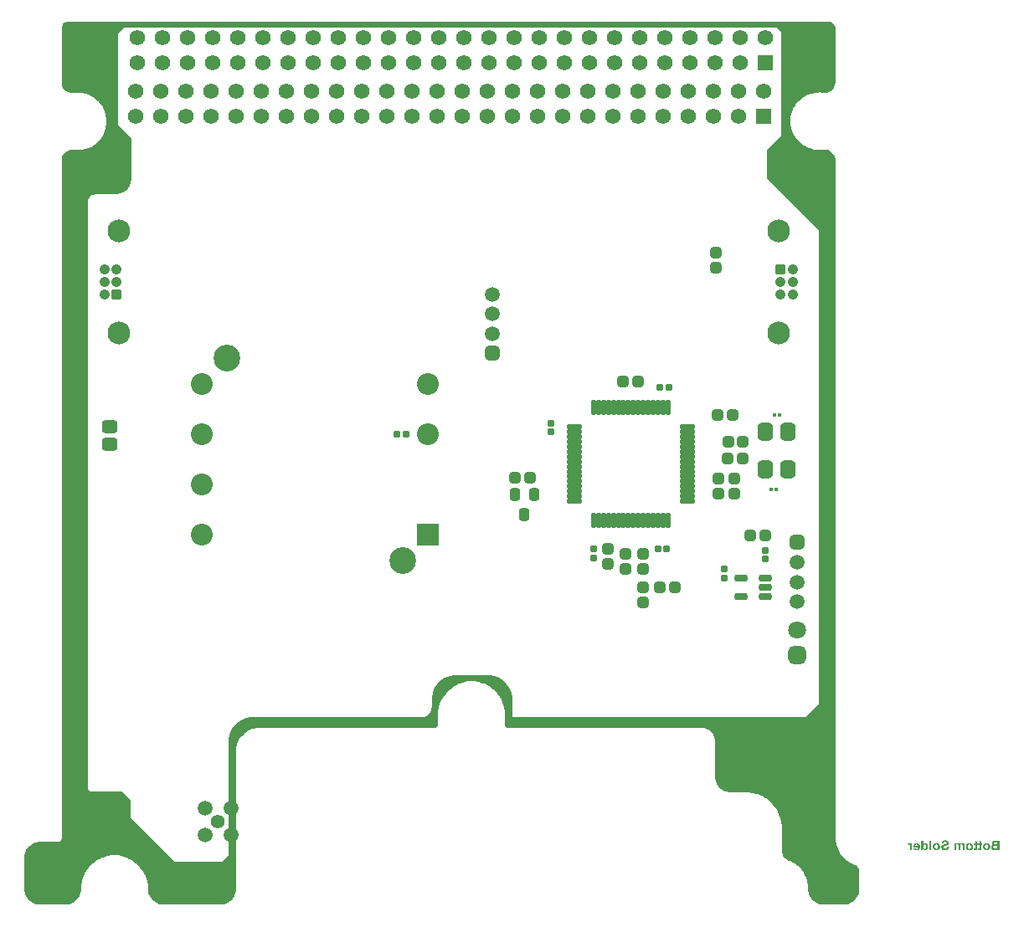
<source format=gbs>
G04*
G04 #@! TF.GenerationSoftware,Altium Limited,Altium Designer,25.5.2 (35)*
G04*
G04 Layer_Color=16711935*
%FSLAX45Y45*%
%MOMM*%
G71*
G04*
G04 #@! TF.SameCoordinates,4A1FDDFA-50DE-4FE3-89EC-5C8A89288C0E*
G04*
G04*
G04 #@! TF.FilePolarity,Negative*
G04*
G01*
G75*
G04:AMPARAMS|DCode=39|XSize=1.1532mm|YSize=1.1532mm|CornerRadius=0.3391mm|HoleSize=0mm|Usage=FLASHONLY|Rotation=180.000|XOffset=0mm|YOffset=0mm|HoleType=Round|Shape=RoundedRectangle|*
%AMROUNDEDRECTD39*
21,1,1.15320,0.47500,0,0,180.0*
21,1,0.47500,1.15320,0,0,180.0*
1,1,0.67820,-0.23750,0.23750*
1,1,0.67820,0.23750,0.23750*
1,1,0.67820,0.23750,-0.23750*
1,1,0.67820,-0.23750,-0.23750*
%
%ADD39ROUNDEDRECTD39*%
G04:AMPARAMS|DCode=40|XSize=0.6432mm|YSize=0.7432mm|CornerRadius=0.2116mm|HoleSize=0mm|Usage=FLASHONLY|Rotation=0.000|XOffset=0mm|YOffset=0mm|HoleType=Round|Shape=RoundedRectangle|*
%AMROUNDEDRECTD40*
21,1,0.64320,0.32000,0,0,0.0*
21,1,0.22000,0.74320,0,0,0.0*
1,1,0.42320,0.11000,-0.16000*
1,1,0.42320,-0.11000,-0.16000*
1,1,0.42320,-0.11000,0.16000*
1,1,0.42320,0.11000,0.16000*
%
%ADD40ROUNDEDRECTD40*%
G04:AMPARAMS|DCode=41|XSize=1.1532mm|YSize=1.1532mm|CornerRadius=0.3391mm|HoleSize=0mm|Usage=FLASHONLY|Rotation=90.000|XOffset=0mm|YOffset=0mm|HoleType=Round|Shape=RoundedRectangle|*
%AMROUNDEDRECTD41*
21,1,1.15320,0.47500,0,0,90.0*
21,1,0.47500,1.15320,0,0,90.0*
1,1,0.67820,0.23750,0.23750*
1,1,0.67820,0.23750,-0.23750*
1,1,0.67820,-0.23750,-0.23750*
1,1,0.67820,-0.23750,0.23750*
%
%ADD41ROUNDEDRECTD41*%
G04:AMPARAMS|DCode=47|XSize=0.6432mm|YSize=0.7432mm|CornerRadius=0.2116mm|HoleSize=0mm|Usage=FLASHONLY|Rotation=90.000|XOffset=0mm|YOffset=0mm|HoleType=Round|Shape=RoundedRectangle|*
%AMROUNDEDRECTD47*
21,1,0.64320,0.32000,0,0,90.0*
21,1,0.22000,0.74320,0,0,90.0*
1,1,0.42320,0.16000,0.11000*
1,1,0.42320,0.16000,-0.11000*
1,1,0.42320,-0.16000,-0.11000*
1,1,0.42320,-0.16000,0.11000*
%
%ADD47ROUNDEDRECTD47*%
G04:AMPARAMS|DCode=50|XSize=1.6032mm|YSize=1.3532mm|CornerRadius=0.3891mm|HoleSize=0mm|Usage=FLASHONLY|Rotation=180.000|XOffset=0mm|YOffset=0mm|HoleType=Round|Shape=RoundedRectangle|*
%AMROUNDEDRECTD50*
21,1,1.60320,0.57500,0,0,180.0*
21,1,0.82500,1.35320,0,0,180.0*
1,1,0.77820,-0.41250,0.28750*
1,1,0.77820,0.41250,0.28750*
1,1,0.77820,0.41250,-0.28750*
1,1,0.77820,-0.41250,-0.28750*
%
%ADD50ROUNDEDRECTD50*%
G04:AMPARAMS|DCode=53|XSize=1.0532mm|YSize=1.3032mm|CornerRadius=0.3141mm|HoleSize=0mm|Usage=FLASHONLY|Rotation=180.000|XOffset=0mm|YOffset=0mm|HoleType=Round|Shape=RoundedRectangle|*
%AMROUNDEDRECTD53*
21,1,1.05320,0.67500,0,0,180.0*
21,1,0.42500,1.30320,0,0,180.0*
1,1,0.62820,-0.21250,0.33750*
1,1,0.62820,0.21250,0.33750*
1,1,0.62820,0.21250,-0.33750*
1,1,0.62820,-0.21250,-0.33750*
%
%ADD53ROUNDEDRECTD53*%
%ADD61C,1.50320*%
G04:AMPARAMS|DCode=62|XSize=1.5032mm|YSize=1.5032mm|CornerRadius=0.4266mm|HoleSize=0mm|Usage=FLASHONLY|Rotation=270.000|XOffset=0mm|YOffset=0mm|HoleType=Round|Shape=RoundedRectangle|*
%AMROUNDEDRECTD62*
21,1,1.50320,0.65000,0,0,270.0*
21,1,0.65000,1.50320,0,0,270.0*
1,1,0.85320,-0.32500,-0.32500*
1,1,0.85320,-0.32500,0.32500*
1,1,0.85320,0.32500,0.32500*
1,1,0.85320,0.32500,-0.32500*
%
%ADD62ROUNDEDRECTD62*%
%ADD63C,2.20320*%
%ADD64R,2.20320X2.20320*%
%ADD65C,2.70320*%
%ADD66C,2.30080*%
%ADD67C,1.05080*%
G04:AMPARAMS|DCode=68|XSize=1.0508mm|YSize=1.0508mm|CornerRadius=0.2754mm|HoleSize=0mm|Usage=FLASHONLY|Rotation=270.000|XOffset=0mm|YOffset=0mm|HoleType=Round|Shape=RoundedRectangle|*
%AMROUNDEDRECTD68*
21,1,1.05080,0.50000,0,0,270.0*
21,1,0.50000,1.05080,0,0,270.0*
1,1,0.55080,-0.25000,-0.25000*
1,1,0.55080,-0.25000,0.25000*
1,1,0.55080,0.25000,0.25000*
1,1,0.55080,0.25000,-0.25000*
%
%ADD68ROUNDEDRECTD68*%
%ADD69C,1.49820*%
%ADD70C,1.40320*%
G04:AMPARAMS|DCode=71|XSize=1.8032mm|YSize=1.8032mm|CornerRadius=0.5016mm|HoleSize=0mm|Usage=FLASHONLY|Rotation=90.000|XOffset=0mm|YOffset=0mm|HoleType=Round|Shape=RoundedRectangle|*
%AMROUNDEDRECTD71*
21,1,1.80320,0.80000,0,0,90.0*
21,1,0.80000,1.80320,0,0,90.0*
1,1,1.00320,0.40000,0.40000*
1,1,1.00320,0.40000,-0.40000*
1,1,1.00320,-0.40000,-0.40000*
1,1,1.00320,-0.40000,0.40000*
%
%ADD71ROUNDEDRECTD71*%
%ADD72C,1.80320*%
%ADD73C,1.57320*%
%ADD74R,1.57320X1.57320*%
%ADD75C,3.40320*%
G04:AMPARAMS|DCode=102|XSize=0.75321mm|YSize=1.3032mm|CornerRadius=0.2391mm|HoleSize=0mm|Usage=FLASHONLY|Rotation=270.000|XOffset=0mm|YOffset=0mm|HoleType=Round|Shape=RoundedRectangle|*
%AMROUNDEDRECTD102*
21,1,0.75321,0.82499,0,0,270.0*
21,1,0.27501,1.30320,0,0,270.0*
1,1,0.47821,-0.41250,-0.13750*
1,1,0.47821,-0.41250,0.13750*
1,1,0.47821,0.41250,0.13750*
1,1,0.47821,0.41250,-0.13750*
%
%ADD102ROUNDEDRECTD102*%
G04:AMPARAMS|DCode=103|XSize=1.8032mm|YSize=1.6032mm|CornerRadius=0.4516mm|HoleSize=0mm|Usage=FLASHONLY|Rotation=270.000|XOffset=0mm|YOffset=0mm|HoleType=Round|Shape=RoundedRectangle|*
%AMROUNDEDRECTD103*
21,1,1.80320,0.70000,0,0,270.0*
21,1,0.90000,1.60320,0,0,270.0*
1,1,0.90320,-0.35000,-0.45000*
1,1,0.90320,-0.35000,0.45000*
1,1,0.90320,0.35000,0.45000*
1,1,0.90320,0.35000,-0.45000*
%
%ADD103ROUNDEDRECTD103*%
%ADD104R,0.30074X0.40081*%
%ADD105O,1.60320X0.50320*%
%ADD106O,0.50320X1.60320*%
G36*
X8189776Y8975819D02*
X8200416Y8972538D01*
X8210289Y8967390D01*
X8219069Y8960544D01*
X8226470Y8952224D01*
X8232246Y8942706D01*
X8236209Y8932301D01*
X8238227Y8921351D01*
X8238231Y8915785D01*
X8238643Y8363627D01*
X8238477Y8352277D01*
X8233263Y8329583D01*
X8223406Y8308484D01*
X8209348Y8289923D01*
X8191709Y8274720D01*
X8171276Y8263553D01*
X8148956Y8256918D01*
X8125739Y8255108D01*
X8114201Y8256657D01*
X8113362Y8256605D01*
X8112555Y8256843D01*
X8091227Y8258785D01*
X8088737Y8258521D01*
X8086265Y8258918D01*
X8043501Y8257332D01*
X8040262Y8256563D01*
X8036935Y8256525D01*
X7995059Y8247707D01*
X7991999Y8246399D01*
X7988726Y8245797D01*
X7948954Y8230002D01*
X7946160Y8228194D01*
X7943036Y8227046D01*
X7906520Y8204730D01*
X7904074Y8202474D01*
X7901190Y8200813D01*
X7868991Y8172626D01*
X7866962Y8169987D01*
X7864402Y8167860D01*
X7837452Y8134618D01*
X7835901Y8131673D01*
X7833739Y8129143D01*
X7812820Y8091811D01*
X7811791Y8088646D01*
X7810089Y8085786D01*
X7795808Y8045445D01*
X7795331Y8042152D01*
X7794139Y8039044D01*
X7786909Y7996865D01*
X7786998Y7993537D01*
X7786351Y7990273D01*
X7786383Y7947479D01*
X7787035Y7944216D01*
X7786951Y7940888D01*
X7794244Y7898720D01*
X7795440Y7895614D01*
X7795922Y7892322D01*
X7810264Y7852002D01*
X7811969Y7849144D01*
X7813003Y7845981D01*
X7833977Y7808680D01*
X7836144Y7806152D01*
X7837699Y7803210D01*
X7864699Y7770009D01*
X7867262Y7767886D01*
X7869294Y7765250D01*
X7901536Y7737111D01*
X7904422Y7735454D01*
X7906872Y7733201D01*
X7943420Y7710941D01*
X7946545Y7709798D01*
X7949342Y7707993D01*
X7989138Y7692257D01*
X7992413Y7691660D01*
X7995475Y7690357D01*
X8037363Y7681601D01*
X8040691Y7681568D01*
X8043930Y7680803D01*
X8086697Y7679281D01*
X8089168Y7679682D01*
X8091659Y7679422D01*
X8112984Y7681396D01*
X8113790Y7681635D01*
X8114629Y7681584D01*
X8126166Y7683150D01*
X8149384Y7681375D01*
X8171715Y7674773D01*
X8192164Y7663636D01*
X8209826Y7648460D01*
X8223912Y7629919D01*
X8233799Y7608836D01*
X8239047Y7586148D01*
X8239230Y7574809D01*
X8244340Y714016D01*
X8244491Y713262D01*
X8244371Y712503D01*
X8245144Y693042D01*
X8245680Y690815D01*
X8245589Y688526D01*
X8251659Y650080D01*
X8252712Y647222D01*
X8253064Y644198D01*
X8265028Y607160D01*
X8266512Y604500D01*
X8267330Y601567D01*
X8284897Y566835D01*
X8286775Y564438D01*
X8288039Y561667D01*
X8310785Y530083D01*
X8313013Y528006D01*
X8314691Y525465D01*
X8342063Y497794D01*
X8344586Y496089D01*
X8346638Y493839D01*
X8377974Y470752D01*
X8380732Y469458D01*
X8383108Y467555D01*
X8417648Y449612D01*
X8419847Y448973D01*
X8421790Y447759D01*
X8440002Y440857D01*
X8440759Y440730D01*
X8441426Y440348D01*
X8450544Y437294D01*
X8466023Y425885D01*
X8477254Y410277D01*
X8483155Y391976D01*
X8483154Y382361D01*
X8483155Y184127D01*
X8476962Y152994D01*
X8464813Y123664D01*
X8447177Y97269D01*
X8424731Y74823D01*
X8398336Y57187D01*
X8369006Y45038D01*
X8337873Y38845D01*
X8108627D01*
X8077493Y45038D01*
X8048164Y57187D01*
X8021770Y74823D01*
X7999323Y97269D01*
X7981686Y123664D01*
X7969538Y152994D01*
X7963345Y184127D01*
Y200000D01*
X7963345Y213225D01*
X7963197Y213968D01*
X7963316Y214715D01*
X7962577Y233960D01*
X7962053Y236152D01*
X7962150Y238404D01*
X7956270Y276443D01*
X7955243Y279259D01*
X7954913Y282237D01*
X7943292Y318932D01*
X7941847Y321557D01*
X7941066Y324451D01*
X7923978Y358940D01*
X7922149Y361314D01*
X7920935Y364054D01*
X7898779Y395530D01*
X7896610Y397596D01*
X7894991Y400119D01*
X7868288Y427841D01*
X7865828Y429552D01*
X7863844Y431798D01*
X7833220Y455116D01*
X7830527Y456432D01*
X7828223Y458348D01*
X7794397Y476716D01*
X7792246Y477384D01*
X7790359Y478617D01*
X7772490Y485805D01*
X7771747Y485945D01*
X7771098Y486335D01*
X7763060Y489216D01*
X7748052Y497365D01*
X7734467Y507710D01*
X7722619Y520010D01*
X7712789Y533975D01*
X7705208Y549277D01*
X7700053Y565556D01*
X7697445Y582434D01*
Y814500D01*
X7697318Y815134D01*
X7697424Y815772D01*
X7696728Y837028D01*
X7696290Y838904D01*
X7696416Y840826D01*
X7690867Y882975D01*
X7690044Y885401D01*
X7689876Y887958D01*
X7678873Y929022D01*
X7677739Y931320D01*
X7677239Y933833D01*
X7660971Y973109D01*
X7659547Y975240D01*
X7658724Y977667D01*
X7637468Y1014483D01*
X7635778Y1016410D01*
X7634644Y1018708D01*
X7608765Y1052435D01*
X7606838Y1054124D01*
X7605415Y1056255D01*
X7575354Y1086315D01*
X7573224Y1087739D01*
X7571534Y1089666D01*
X7537807Y1115545D01*
X7535508Y1116679D01*
X7533582Y1118368D01*
X7496766Y1139624D01*
X7494339Y1140448D01*
X7492208Y1141872D01*
X7452932Y1158140D01*
X7450419Y1158640D01*
X7448121Y1159774D01*
X7407058Y1170777D01*
X7404501Y1170944D01*
X7402074Y1171768D01*
X7359926Y1177317D01*
X7358003Y1177191D01*
X7356127Y1177628D01*
X7334871Y1178324D01*
X7334233Y1178219D01*
X7333599Y1178345D01*
X7183600D01*
X7167726Y1178345D01*
X7136592Y1184538D01*
X7107264Y1196686D01*
X7080869Y1214322D01*
X7058423Y1236769D01*
X7040786Y1263164D01*
X7028637Y1292493D01*
X7022444Y1323626D01*
Y1339499D01*
Y1691238D01*
X7022256Y1692187D01*
X7022398Y1693145D01*
X7021916Y1702947D01*
X7021216Y1705740D01*
Y1708618D01*
X7017392Y1727845D01*
X7015928Y1731379D01*
X7015181Y1735132D01*
X7007680Y1753243D01*
X7005554Y1756424D01*
X7004090Y1759959D01*
X6993199Y1776259D01*
X6991290Y1778168D01*
X6990493Y1778964D01*
X6988368Y1782145D01*
X6974506Y1796006D01*
X6971325Y1798132D01*
X6968620Y1800837D01*
X6952320Y1811728D01*
X6948786Y1813192D01*
X6945604Y1815318D01*
X6927493Y1822820D01*
X6923740Y1823566D01*
X6920206Y1825030D01*
X6900980Y1828855D01*
X6898101D01*
X6895307Y1829555D01*
X6885506Y1830036D01*
X6884548Y1829894D01*
X6883599Y1830083D01*
X6868361D01*
D01*
X4920937Y1830083D01*
X4918970Y1831131D01*
X4901048Y1849053D01*
X4900000Y1851020D01*
X4900000Y1961238D01*
X4899849Y1961998D01*
X4899970Y1962763D01*
X4899046Y1986301D01*
X4898507Y1988546D01*
X4898597Y1990853D01*
X4891233Y2037348D01*
X4890171Y2040228D01*
X4889810Y2043276D01*
X4875263Y2088047D01*
X4873763Y2090724D01*
X4872930Y2093679D01*
X4851558Y2135623D01*
X4849658Y2138034D01*
X4848373Y2140820D01*
X4820703Y2178905D01*
X4818449Y2180989D01*
X4816744Y2183540D01*
X4783457Y2216827D01*
X4780905Y2218533D01*
X4778822Y2220786D01*
X4740737Y2248457D01*
X4737950Y2249742D01*
X4735539Y2251642D01*
X4693595Y2273013D01*
X4690641Y2273846D01*
X4687964Y2275346D01*
X4643193Y2289893D01*
X4640145Y2290254D01*
X4637265Y2291316D01*
X4590770Y2298680D01*
X4587703Y2298560D01*
X4584693Y2299159D01*
X4537617D01*
X4534607Y2298560D01*
X4531540Y2298680D01*
X4485044Y2291316D01*
X4482165Y2290254D01*
X4479117Y2289893D01*
X4434346Y2275346D01*
X4431669Y2273846D01*
X4428714Y2273013D01*
X4386770Y2251642D01*
X4384359Y2249741D01*
X4381573Y2248457D01*
X4343488Y2220786D01*
X4341404Y2218533D01*
X4338852Y2216827D01*
X4305565Y2183540D01*
X4303860Y2180989D01*
X4301607Y2178905D01*
X4273936Y2140820D01*
X4272651Y2138033D01*
X4270751Y2135623D01*
X4249380Y2093679D01*
X4248546Y2090724D01*
X4247047Y2088047D01*
X4232500Y2043276D01*
X4232139Y2040228D01*
X4231077Y2037348D01*
X4223712Y1990853D01*
X4223803Y1988545D01*
X4223264Y1986300D01*
X4222340Y1962763D01*
X4222461Y1961998D01*
X4222310Y1961238D01*
Y1850101D01*
X4202293Y1830083D01*
X2417500Y1830083D01*
X2416551Y1829895D01*
X2415593Y1830037D01*
X2395990Y1829073D01*
X2393196Y1828374D01*
X2390318D01*
X2351864Y1820725D01*
X2348330Y1819261D01*
X2344577Y1818514D01*
X2308355Y1803510D01*
X2305174Y1801385D01*
X2301639Y1799921D01*
X2269040Y1778138D01*
X2266334Y1775433D01*
X2263153Y1773307D01*
X2235430Y1745584D01*
X2233305Y1742403D01*
X2230599Y1739698D01*
X2208817Y1707099D01*
X2207352Y1703564D01*
X2205227Y1700382D01*
X2190223Y1664160D01*
X2189477Y1660408D01*
X2188013Y1656873D01*
X2180364Y1618420D01*
Y1615540D01*
X2179664Y1612747D01*
X2178701Y1593144D01*
X2178843Y1592187D01*
X2178655Y1591238D01*
Y200001D01*
X2178654Y184128D01*
X2172461Y152993D01*
X2160313Y123665D01*
X2142677Y97271D01*
X2120229Y74822D01*
X2093835Y57187D01*
X2064506Y45038D01*
X2033373Y38845D01*
X1450000D01*
X1434127Y38845D01*
X1402993Y45038D01*
X1373664Y57187D01*
X1347270Y74822D01*
X1324822Y97270D01*
X1307186Y123665D01*
X1295038Y152993D01*
X1288845Y184128D01*
X1288845Y200000D01*
X1288694Y200760D01*
X1288815Y201526D01*
X1287890Y225063D01*
X1287351Y227308D01*
X1287442Y229615D01*
X1280078Y276111D01*
X1279015Y278991D01*
X1278655Y282038D01*
X1264107Y326810D01*
X1262608Y329487D01*
X1261775Y332441D01*
X1240403Y374385D01*
X1238503Y376795D01*
X1237218Y379583D01*
X1209548Y417667D01*
X1207295Y419750D01*
X1205589Y422303D01*
X1172302Y455590D01*
X1169750Y457295D01*
X1167667Y459549D01*
X1129582Y487219D01*
X1126795Y488504D01*
X1124384Y490404D01*
X1082440Y511775D01*
X1079486Y512609D01*
X1076809Y514108D01*
X1032038Y528655D01*
X1028990Y529016D01*
X1026110Y530078D01*
X979614Y537443D01*
X976548Y537322D01*
X973538Y537921D01*
X926462D01*
X923452Y537322D01*
X920385Y537443D01*
X873890Y530078D01*
X871010Y529016D01*
X867962Y528655D01*
X823191Y514108D01*
X820513Y512608D01*
X817559Y511775D01*
X775615Y490404D01*
X773205Y488504D01*
X770417Y487219D01*
X732333Y459549D01*
X730250Y457296D01*
X727698Y455590D01*
X694410Y422303D01*
X692705Y419751D01*
X690452Y417667D01*
X662781Y379583D01*
X661497Y376796D01*
X659596Y374385D01*
X638225Y332441D01*
X637392Y329487D01*
X635892Y326809D01*
X621345Y282038D01*
X620984Y278991D01*
X619922Y276111D01*
X612558Y229615D01*
X612648Y227308D01*
X612109Y225063D01*
X611185Y201525D01*
X611306Y200761D01*
X611155Y200001D01*
X611154Y184128D01*
X604962Y152994D01*
X592813Y123665D01*
X575177Y97270D01*
X552729Y74822D01*
X526336Y57187D01*
X497006Y45038D01*
X465873Y38845D01*
X184127D01*
X152994Y45038D01*
X123664Y57187D01*
X97269Y74823D01*
X74823Y97269D01*
X57187Y123664D01*
X45038Y152994D01*
X38845Y184127D01*
Y200000D01*
Y513462D01*
Y529351D01*
X45051Y560517D01*
X57225Y589872D01*
X74896Y616284D01*
X97386Y638736D01*
X123827Y656363D01*
X153202Y668488D01*
X184379Y674642D01*
X200269Y674615D01*
X377434Y674320D01*
X377466Y674327D01*
X377499Y674320D01*
X384904Y675793D01*
X392305Y677253D01*
X392332Y677271D01*
X392364Y677277D01*
X398629Y681463D01*
X404921Y685652D01*
X404940Y685680D01*
X404967Y685698D01*
X409167Y691984D01*
X413363Y698241D01*
X413370Y698273D01*
X413388Y698301D01*
X414862Y705710D01*
X416345Y713102D01*
X416339Y713134D01*
X416345Y713167D01*
Y7569906D01*
X416345Y7581656D01*
X421315Y7604624D01*
X431031Y7626021D01*
X445053Y7644878D01*
X462746Y7660343D01*
X483309Y7671715D01*
X505814Y7678481D01*
X529240Y7680334D01*
X540884Y7678763D01*
X541723Y7678815D01*
X542529Y7678576D01*
X563856Y7676618D01*
X566346Y7676880D01*
X568818Y7676481D01*
X611583Y7678035D01*
X614822Y7678802D01*
X618150Y7678837D01*
X660032Y7687624D01*
X663094Y7688930D01*
X666367Y7689529D01*
X706151Y7705295D01*
X708946Y7707101D01*
X712071Y7708247D01*
X748603Y7730535D01*
X751052Y7732789D01*
X753936Y7734449D01*
X786157Y7762612D01*
X788187Y7765249D01*
X790748Y7767374D01*
X817724Y7800596D01*
X819277Y7803539D01*
X821441Y7806068D01*
X842388Y7843385D01*
X843419Y7846548D01*
X845123Y7849407D01*
X859434Y7889737D01*
X859914Y7893031D01*
X861108Y7896138D01*
X868369Y7938311D01*
X868283Y7941638D01*
X868932Y7944902D01*
Y7987697D01*
X868283Y7990961D01*
X868369Y7994288D01*
X861108Y8036461D01*
X859914Y8039568D01*
X859434Y8042861D01*
X845123Y8083191D01*
X843419Y8086051D01*
X842388Y8089214D01*
X821441Y8126531D01*
X819277Y8129060D01*
X817724Y8132004D01*
X790749Y8165226D01*
X788187Y8167351D01*
X786157Y8169987D01*
X753937Y8198150D01*
X751051Y8199810D01*
X748603Y8202064D01*
X712071Y8224352D01*
X708946Y8225498D01*
X706151Y8227304D01*
X666367Y8243070D01*
X663093Y8243669D01*
X660032Y8244975D01*
X618150Y8253763D01*
X614822Y8253797D01*
X611584Y8254565D01*
X568818Y8256118D01*
X566347Y8255720D01*
X563857Y8255981D01*
X542530Y8254024D01*
X541724Y8253785D01*
X540885Y8253837D01*
X529240Y8252266D01*
X505814Y8254119D01*
X483310Y8260885D01*
X462747Y8272257D01*
X445053Y8287723D01*
X431031Y8306581D01*
X421316Y8327976D01*
X416345Y8350944D01*
Y8362694D01*
X416345Y8921072D01*
X418695Y8932887D01*
X423305Y8944017D01*
X429998Y8954033D01*
X438516Y8962551D01*
X448532Y8969243D01*
X459662Y8973854D01*
X471476Y8976204D01*
X8186517D01*
X8189776Y8975819D01*
D02*
G37*
G36*
X9508292Y663073D02*
X9510617Y662651D01*
X9512730Y662122D01*
X9514843Y661383D01*
X9516745Y660537D01*
X9518542Y659586D01*
X9520232Y658635D01*
X9521711Y657579D01*
X9523085Y656522D01*
X9524353Y655466D01*
X9525410Y654515D01*
X9526255Y653669D01*
X9526995Y652930D01*
X9527523Y652401D01*
X9527840Y651979D01*
X9527946Y651873D01*
Y661594D01*
X9545169D01*
Y590905D01*
X9526466D01*
Y625246D01*
Y627042D01*
X9526361Y628733D01*
Y630318D01*
X9526255Y631797D01*
X9526149Y633065D01*
X9526044Y634333D01*
X9525832Y635389D01*
X9525727Y636340D01*
X9525621Y637080D01*
X9525410Y637820D01*
X9525304Y638454D01*
X9525198Y638876D01*
X9525093Y639299D01*
Y639510D01*
X9524987Y639722D01*
X9524353Y641307D01*
X9523613Y642680D01*
X9522768Y643843D01*
X9522028Y644793D01*
X9521289Y645533D01*
X9520655Y646061D01*
X9520232Y646378D01*
X9520127Y646484D01*
X9518753Y647329D01*
X9517379Y647858D01*
X9516111Y648280D01*
X9514949Y648597D01*
X9513892Y648809D01*
X9513047Y648914D01*
X9512307D01*
X9511039Y648809D01*
X9509877Y648703D01*
X9508926Y648492D01*
X9508081Y648175D01*
X9507447Y647858D01*
X9507024Y647646D01*
X9506707Y647541D01*
X9506602Y647435D01*
X9505862Y646801D01*
X9505228Y646061D01*
X9504277Y644582D01*
X9503960Y643948D01*
X9503749Y643420D01*
X9503537Y642997D01*
Y642892D01*
X9503326Y642258D01*
X9503220Y641518D01*
X9503009Y640567D01*
X9502903Y639616D01*
X9502692Y637397D01*
X9502586Y635178D01*
X9502481Y633065D01*
Y632114D01*
Y631268D01*
Y630529D01*
Y630001D01*
Y629684D01*
Y629578D01*
Y590905D01*
X9483778D01*
Y624823D01*
Y626619D01*
X9483672Y628310D01*
Y629895D01*
X9483567Y631374D01*
X9483461Y632642D01*
X9483355Y633804D01*
X9483144Y634967D01*
X9483038Y635918D01*
X9482933Y636763D01*
X9482721Y637397D01*
X9482616Y638031D01*
X9482510Y638559D01*
X9482404Y638876D01*
Y639193D01*
X9482299Y639405D01*
X9481665Y641095D01*
X9480925Y642469D01*
X9480080Y643737D01*
X9479235Y644688D01*
X9478495Y645427D01*
X9477861Y646061D01*
X9477438Y646378D01*
X9477333Y646484D01*
X9475959Y647329D01*
X9474691Y647858D01*
X9473423Y648280D01*
X9472366Y648597D01*
X9471310Y648809D01*
X9470570Y648914D01*
X9469936D01*
X9468034Y648703D01*
X9466449Y648280D01*
X9465076Y647646D01*
X9463913Y646907D01*
X9463068Y646167D01*
X9462540Y645533D01*
X9462117Y645110D01*
X9462011Y644899D01*
X9461694Y644265D01*
X9461377Y643420D01*
X9461060Y642469D01*
X9460849Y641518D01*
X9460532Y639193D01*
X9460215Y636974D01*
X9460109Y634755D01*
Y633804D01*
X9460004Y632959D01*
Y632219D01*
Y631691D01*
Y631374D01*
Y631268D01*
Y590905D01*
X9441301D01*
Y636023D01*
Y637820D01*
X9441407Y639616D01*
X9441512Y641201D01*
X9441618Y642575D01*
X9441724Y643948D01*
X9441935Y645110D01*
X9442146Y646167D01*
X9442252Y647224D01*
X9442463Y648069D01*
X9442675Y648703D01*
X9442886Y649337D01*
X9442992Y649865D01*
X9443097Y650182D01*
X9443203Y650499D01*
X9443309Y650711D01*
X9444365Y652824D01*
X9445633Y654726D01*
X9447007Y656311D01*
X9448275Y657684D01*
X9449543Y658635D01*
X9450494Y659375D01*
X9451128Y659903D01*
X9451234Y660009D01*
X9451339D01*
X9453453Y661066D01*
X9455671Y661805D01*
X9457890Y662439D01*
X9459898Y662756D01*
X9461694Y662968D01*
X9462434Y663073D01*
X9463174Y663179D01*
X9464442D01*
X9466661Y663073D01*
X9468774Y662756D01*
X9470781Y662228D01*
X9472472Y661805D01*
X9473951Y661277D01*
X9475008Y660749D01*
X9475431Y660643D01*
X9475748Y660432D01*
X9475853Y660326D01*
X9475959D01*
X9477967Y659164D01*
X9479763Y657896D01*
X9481453Y656417D01*
X9483038Y655043D01*
X9484201Y653775D01*
X9485152Y652824D01*
X9485574Y652401D01*
X9485786Y652084D01*
X9485891Y651979D01*
X9485997Y651873D01*
X9487265Y653881D01*
X9488639Y655571D01*
X9490012Y657051D01*
X9491280Y658213D01*
X9492443Y659164D01*
X9493394Y659798D01*
X9494027Y660220D01*
X9494133Y660326D01*
X9494239D01*
X9496141Y661277D01*
X9498148Y662017D01*
X9500156Y662439D01*
X9501952Y662862D01*
X9503537Y663073D01*
X9504277D01*
X9504805Y663179D01*
X9505968D01*
X9508292Y663073D01*
D02*
G37*
G36*
X9716662Y675647D02*
Y661594D01*
X9725220D01*
Y646695D01*
X9716662D01*
Y615842D01*
Y614045D01*
Y612460D01*
Y610981D01*
X9716556Y609607D01*
Y608339D01*
X9716450Y607283D01*
Y606332D01*
X9716345Y605486D01*
Y604852D01*
Y604219D01*
X9716239Y603690D01*
Y603268D01*
X9716133Y602845D01*
Y602634D01*
X9715816Y601049D01*
X9715394Y599569D01*
X9714971Y598301D01*
X9714548Y597245D01*
X9714126Y596505D01*
X9713809Y595871D01*
X9713597Y595448D01*
X9713492Y595343D01*
X9712646Y594392D01*
X9711801Y593546D01*
X9710744Y592807D01*
X9709793Y592173D01*
X9708948Y591644D01*
X9708208Y591327D01*
X9707786Y591116D01*
X9707574Y591011D01*
X9705989Y590482D01*
X9704405Y590060D01*
X9702925Y589743D01*
X9701552Y589531D01*
X9700284Y589426D01*
X9699333Y589320D01*
X9698487D01*
X9695529Y589426D01*
X9692676Y589743D01*
X9690140Y590165D01*
X9688027Y590694D01*
X9687076Y590905D01*
X9686230Y591222D01*
X9685491Y591433D01*
X9684857Y591644D01*
X9684328Y591856D01*
X9684011Y591961D01*
X9683800Y592067D01*
X9683694D01*
X9685385Y606543D01*
X9687076Y606015D01*
X9688555Y605592D01*
X9689929Y605275D01*
X9690985Y605064D01*
X9691831Y604958D01*
X9692359Y604852D01*
X9692887D01*
X9694155Y604958D01*
X9695106Y605275D01*
X9695529Y605486D01*
X9695846Y605592D01*
X9695951Y605698D01*
X9696057D01*
X9696797Y606437D01*
X9697325Y607177D01*
X9697536Y607811D01*
X9697642Y607917D01*
Y608022D01*
Y608339D01*
X9697748Y608868D01*
Y609502D01*
X9697853Y610241D01*
Y611932D01*
X9697959Y613623D01*
Y615313D01*
Y616159D01*
Y616793D01*
Y617321D01*
Y617743D01*
Y618060D01*
Y618166D01*
Y646695D01*
X9685174D01*
Y661594D01*
X9697959D01*
Y686636D01*
X9716662Y675647D01*
D02*
G37*
G36*
X9671332D02*
Y661594D01*
X9679890D01*
Y646695D01*
X9671332D01*
Y615842D01*
Y614045D01*
Y612460D01*
Y610981D01*
X9671226Y609607D01*
Y608339D01*
X9671120Y607283D01*
Y606332D01*
X9671015Y605486D01*
Y604852D01*
Y604219D01*
X9670909Y603690D01*
Y603268D01*
X9670803Y602845D01*
Y602634D01*
X9670486Y601049D01*
X9670064Y599569D01*
X9669641Y598301D01*
X9669218Y597245D01*
X9668796Y596505D01*
X9668479Y595871D01*
X9668267Y595448D01*
X9668162Y595343D01*
X9667316Y594392D01*
X9666471Y593546D01*
X9665415Y592807D01*
X9664464Y592173D01*
X9663618Y591644D01*
X9662879Y591327D01*
X9662456Y591116D01*
X9662245Y591011D01*
X9660660Y590482D01*
X9659075Y590060D01*
X9657595Y589743D01*
X9656222Y589531D01*
X9654954Y589426D01*
X9654003Y589320D01*
X9653157D01*
X9650199Y589426D01*
X9647346Y589743D01*
X9644810Y590165D01*
X9642697Y590694D01*
X9641746Y590905D01*
X9640900Y591222D01*
X9640161Y591433D01*
X9639527Y591644D01*
X9638999Y591856D01*
X9638682Y591961D01*
X9638470Y592067D01*
X9638365D01*
X9640055Y606543D01*
X9641746Y606015D01*
X9643225Y605592D01*
X9644599Y605275D01*
X9645655Y605064D01*
X9646501Y604958D01*
X9647029Y604852D01*
X9647557D01*
X9648825Y604958D01*
X9649776Y605275D01*
X9650199Y605486D01*
X9650516Y605592D01*
X9650622Y605698D01*
X9650727D01*
X9651467Y606437D01*
X9651995Y607177D01*
X9652207Y607811D01*
X9652312Y607917D01*
Y608022D01*
Y608339D01*
X9652418Y608868D01*
Y609502D01*
X9652523Y610241D01*
Y611932D01*
X9652629Y613623D01*
Y615313D01*
Y616159D01*
Y616793D01*
Y617321D01*
Y617743D01*
Y618060D01*
Y618166D01*
Y646695D01*
X9639844D01*
Y661594D01*
X9652629D01*
Y686636D01*
X9671332Y675647D01*
D02*
G37*
G36*
X9065454Y663073D02*
X9067990Y662756D01*
X9070315Y662228D01*
X9072428Y661594D01*
X9074541Y660854D01*
X9076443Y660009D01*
X9078240Y659058D01*
X9079825Y658213D01*
X9081198Y657262D01*
X9082466Y656311D01*
X9083629Y655465D01*
X9084474Y654726D01*
X9085213Y654092D01*
X9085742Y653563D01*
X9086059Y653246D01*
X9086164Y653141D01*
X9087749Y651239D01*
X9089123Y649125D01*
X9090391Y646907D01*
X9091448Y644688D01*
X9092293Y642363D01*
X9093033Y640038D01*
X9093667Y637819D01*
X9094089Y635706D01*
X9094512Y633593D01*
X9094723Y631797D01*
X9094935Y630000D01*
X9095146Y628521D01*
Y627359D01*
X9095252Y626408D01*
Y625879D01*
Y625668D01*
X9095146Y623026D01*
X9094935Y620385D01*
X9094618Y617955D01*
X9094195Y615630D01*
X9093667Y613517D01*
X9093033Y611509D01*
X9092399Y609607D01*
X9091765Y607916D01*
X9091131Y606437D01*
X9090497Y605064D01*
X9089863Y604007D01*
X9089334Y603056D01*
X9088912Y602211D01*
X9088595Y601682D01*
X9088383Y601365D01*
X9088278Y601260D01*
X9086481Y599146D01*
X9084579Y597350D01*
X9082466Y595765D01*
X9080353Y594391D01*
X9078028Y593229D01*
X9075809Y592278D01*
X9073590Y591433D01*
X9071371Y590799D01*
X9069258Y590271D01*
X9067356Y589954D01*
X9065560Y589637D01*
X9064081Y589531D01*
X9062813Y589425D01*
X9061862Y589320D01*
X9061016D01*
X9058903Y589425D01*
X9056896Y589531D01*
X9054888Y589848D01*
X9053092Y590165D01*
X9051401Y590588D01*
X9049816Y591010D01*
X9048337Y591433D01*
X9046963Y591961D01*
X9045801Y592490D01*
X9044744Y592912D01*
X9043793Y593335D01*
X9043054Y593758D01*
X9042420Y594075D01*
X9041997Y594391D01*
X9041786Y594497D01*
X9041680Y594603D01*
X9040306Y595659D01*
X9038933Y596822D01*
X9036608Y599358D01*
X9034600Y601894D01*
X9033015Y604430D01*
X9032381Y605592D01*
X9031853Y606754D01*
X9031325Y607705D01*
X9030902Y608550D01*
X9030691Y609290D01*
X9030480Y609818D01*
X9030268Y610135D01*
Y610241D01*
X9048865Y613411D01*
X9049499Y611509D01*
X9050239Y609924D01*
X9050978Y608550D01*
X9051824Y607494D01*
X9052458Y606649D01*
X9052986Y606015D01*
X9053409Y605698D01*
X9053514Y605592D01*
X9054677Y604852D01*
X9055945Y604218D01*
X9057107Y603796D01*
X9058269Y603584D01*
X9059326Y603373D01*
X9060065Y603267D01*
X9060805D01*
X9061967Y603373D01*
X9063130Y603479D01*
X9065243Y604007D01*
X9067145Y604747D01*
X9068730Y605592D01*
X9069998Y606332D01*
X9070949Y607071D01*
X9071477Y607599D01*
X9071583Y607811D01*
X9071688D01*
X9073168Y609713D01*
X9074224Y611826D01*
X9074964Y614045D01*
X9075492Y616158D01*
X9075809Y617955D01*
X9075915Y618800D01*
X9076021Y619540D01*
X9076126Y620068D01*
Y620596D01*
Y620807D01*
Y620913D01*
X9029317D01*
Y624823D01*
X9029634Y628415D01*
X9030057Y631797D01*
X9030585Y634966D01*
X9031219Y637819D01*
X9031959Y640355D01*
X9032698Y642786D01*
X9033544Y644899D01*
X9034389Y646695D01*
X9035234Y648280D01*
X9035974Y649654D01*
X9036714Y650816D01*
X9037242Y651661D01*
X9037665Y652190D01*
X9037982Y652612D01*
X9038087Y652718D01*
X9039884Y654514D01*
X9041786Y656205D01*
X9043793Y657579D01*
X9045801Y658741D01*
X9047914Y659798D01*
X9049922Y660643D01*
X9051929Y661277D01*
X9053937Y661911D01*
X9055733Y662333D01*
X9057424Y662650D01*
X9059009Y662862D01*
X9060277Y662967D01*
X9061439Y663073D01*
X9062179Y663179D01*
X9062918D01*
X9065454Y663073D01*
D02*
G37*
G36*
X9898932Y590905D02*
X9862372D01*
X9859308Y591011D01*
X9854130D01*
X9851911Y591116D01*
X9850010D01*
X9848319Y591222D01*
X9846840D01*
X9845677Y591327D01*
X9844621D01*
X9843775Y591433D01*
X9843141D01*
X9842613Y591539D01*
X9842085D01*
X9839232Y591961D01*
X9836696Y592595D01*
X9834371Y593335D01*
X9832469Y594180D01*
X9830990Y594920D01*
X9830356Y595237D01*
X9829828Y595448D01*
X9829405Y595765D01*
X9829088Y595977D01*
X9828982Y596082D01*
X9828877D01*
X9826975Y597562D01*
X9825284Y599252D01*
X9823805Y600943D01*
X9822643Y602528D01*
X9821692Y603902D01*
X9820952Y605064D01*
X9820741Y605486D01*
X9820529Y605803D01*
X9820424Y606015D01*
Y606120D01*
X9819367Y608551D01*
X9818627Y610875D01*
X9817993Y612989D01*
X9817676Y614996D01*
X9817465Y616687D01*
X9817359Y617427D01*
X9817254Y617955D01*
Y618483D01*
Y618800D01*
Y619011D01*
Y619117D01*
Y620702D01*
X9817465Y622181D01*
X9817993Y625034D01*
X9818839Y627465D01*
X9819684Y629684D01*
X9820107Y630529D01*
X9820529Y631374D01*
X9820952Y632114D01*
X9821375Y632748D01*
X9821692Y633170D01*
X9821903Y633487D01*
X9822009Y633699D01*
X9822114Y633804D01*
X9824016Y636023D01*
X9826235Y637820D01*
X9828560Y639405D01*
X9830673Y640567D01*
X9832681Y641518D01*
X9833526Y641835D01*
X9834266Y642152D01*
X9834900Y642363D01*
X9835322Y642575D01*
X9835639Y642680D01*
X9835745D01*
X9833526Y643843D01*
X9831518Y645216D01*
X9829828Y646695D01*
X9828348Y648069D01*
X9827186Y649337D01*
X9826341Y650288D01*
X9826129Y650711D01*
X9825918Y651028D01*
X9825707Y651133D01*
Y651239D01*
X9824439Y653458D01*
X9823594Y655571D01*
X9822960Y657684D01*
X9822431Y659692D01*
X9822220Y661383D01*
X9822114Y662017D01*
Y662651D01*
X9822009Y663179D01*
Y663496D01*
Y663707D01*
Y663813D01*
X9822114Y666138D01*
X9822431Y668251D01*
X9822960Y670259D01*
X9823488Y671949D01*
X9824122Y673323D01*
X9824544Y674379D01*
X9824756Y674696D01*
X9824967Y675013D01*
X9825073Y675119D01*
Y675225D01*
X9826235Y677021D01*
X9827503Y678606D01*
X9828771Y679980D01*
X9829933Y681248D01*
X9830990Y682093D01*
X9831835Y682833D01*
X9832364Y683255D01*
X9832469Y683361D01*
X9832575D01*
X9834266Y684417D01*
X9836062Y685263D01*
X9837752Y686002D01*
X9839337Y686531D01*
X9840711Y686953D01*
X9841768Y687165D01*
X9842190Y687270D01*
X9842507Y687376D01*
X9842719D01*
X9843881Y687587D01*
X9845043Y687693D01*
X9847791Y688010D01*
X9850643Y688221D01*
X9853496Y688327D01*
X9854764D01*
X9856032Y688433D01*
X9898932D01*
Y590905D01*
D02*
G37*
G36*
X9210742D02*
X9192040D01*
Y688433D01*
X9210742D01*
Y590905D01*
D02*
G37*
G36*
X8983142Y663073D02*
X8984621Y662862D01*
X8985995Y662439D01*
X8987263Y662016D01*
X8988214Y661594D01*
X8988954Y661171D01*
X8989376Y660960D01*
X8989588Y660854D01*
X8990222Y660431D01*
X8990961Y659798D01*
X8992335Y658424D01*
X8993603Y656945D01*
X8994871Y655360D01*
X8995927Y653880D01*
X8996773Y652612D01*
X8997090Y652084D01*
X8997301Y651767D01*
X8997407Y651556D01*
X8997512Y651450D01*
Y661594D01*
X9014841D01*
Y590905D01*
X8996139D01*
Y612671D01*
Y615947D01*
X8996033Y618906D01*
Y621547D01*
X8995927Y623977D01*
X8995822Y626196D01*
X8995716Y628098D01*
X8995505Y629789D01*
X8995399Y631268D01*
X8995293Y632536D01*
X8995082Y633593D01*
X8994976Y634544D01*
X8994871Y635178D01*
X8994765Y635706D01*
Y636023D01*
X8994659Y636234D01*
Y636340D01*
X8994025Y638348D01*
X8993286Y639933D01*
X8992546Y641306D01*
X8991912Y642363D01*
X8991278Y643208D01*
X8990750Y643737D01*
X8990433Y644054D01*
X8990327Y644159D01*
X8989271Y644899D01*
X8988108Y645427D01*
X8987052Y645850D01*
X8985995Y646061D01*
X8985044Y646273D01*
X8984304Y646378D01*
X8983670D01*
X8982085Y646273D01*
X8980606Y645956D01*
X8979127Y645427D01*
X8977753Y644899D01*
X8976591Y644265D01*
X8975746Y643842D01*
X8975112Y643420D01*
X8974900Y643314D01*
X8969089Y659586D01*
X8971308Y660748D01*
X8973527Y661699D01*
X8975640Y662333D01*
X8977542Y662756D01*
X8979127Y662967D01*
X8979761Y663073D01*
X8980395Y663179D01*
X8981451D01*
X8983142Y663073D01*
D02*
G37*
G36*
X9772558Y662968D02*
X9776045Y662439D01*
X9779215Y661700D01*
X9780694Y661277D01*
X9782068Y660854D01*
X9783230Y660432D01*
X9784287Y660009D01*
X9785237Y659586D01*
X9786083Y659269D01*
X9786717Y658952D01*
X9787139Y658741D01*
X9787456Y658635D01*
X9787562Y658530D01*
X9790521Y656628D01*
X9793057Y654515D01*
X9795276Y652296D01*
X9797178Y650182D01*
X9798551Y648280D01*
X9799185Y647435D01*
X9799608Y646695D01*
X9799925Y646061D01*
X9800242Y645639D01*
X9800347Y645322D01*
X9800453Y645216D01*
X9801298Y643631D01*
X9801932Y641941D01*
X9803095Y638771D01*
X9803834Y635706D01*
X9804468Y632959D01*
X9804574Y631691D01*
X9804785Y630635D01*
X9804891Y629578D01*
Y628733D01*
X9804997Y628099D01*
Y627570D01*
Y627253D01*
Y627148D01*
X9804891Y624929D01*
X9804785Y622815D01*
X9804574Y620702D01*
X9804257Y618800D01*
X9803940Y617004D01*
X9803517Y615313D01*
X9803095Y613728D01*
X9802672Y612249D01*
X9802249Y610981D01*
X9801932Y609819D01*
X9801510Y608868D01*
X9801193Y608022D01*
X9800876Y607388D01*
X9800664Y606966D01*
X9800453Y606649D01*
Y606543D01*
X9798551Y603585D01*
X9796438Y600943D01*
X9794219Y598724D01*
X9792106Y596928D01*
X9790098Y595554D01*
X9789358Y594920D01*
X9788619Y594497D01*
X9787985Y594075D01*
X9787562Y593863D01*
X9787245Y593758D01*
X9787139Y593652D01*
X9783864Y592173D01*
X9780588Y591116D01*
X9777418Y590377D01*
X9774565Y589848D01*
X9773297Y589637D01*
X9772135Y589531D01*
X9771184Y589426D01*
X9770339D01*
X9769599Y589320D01*
X9768648D01*
X9765795Y589426D01*
X9763048Y589743D01*
X9760406Y590271D01*
X9757976Y591011D01*
X9755652Y591750D01*
X9753538Y592595D01*
X9751531Y593546D01*
X9749734Y594603D01*
X9748149Y595554D01*
X9746776Y596505D01*
X9745508Y597350D01*
X9744557Y598196D01*
X9743712Y598830D01*
X9743078Y599358D01*
X9742761Y599675D01*
X9742655Y599781D01*
X9740859Y601788D01*
X9739274Y604007D01*
X9737900Y606120D01*
X9736632Y608445D01*
X9735681Y610664D01*
X9734836Y612883D01*
X9734096Y614996D01*
X9733568Y617110D01*
X9733145Y619011D01*
X9732828Y620808D01*
X9732617Y622393D01*
X9732405Y623766D01*
Y624823D01*
X9732300Y625668D01*
Y626197D01*
Y626408D01*
X9732405Y629367D01*
X9732722Y632114D01*
X9733251Y634755D01*
X9733885Y637186D01*
X9734624Y639510D01*
X9735575Y641729D01*
X9736421Y643737D01*
X9737372Y645533D01*
X9738428Y647118D01*
X9739274Y648597D01*
X9740119Y649760D01*
X9740964Y650816D01*
X9741598Y651662D01*
X9742127Y652190D01*
X9742444Y652613D01*
X9742549Y652718D01*
X9744557Y654515D01*
X9746564Y656205D01*
X9748783Y657579D01*
X9751002Y658741D01*
X9753116Y659798D01*
X9755335Y660643D01*
X9757448Y661277D01*
X9759455Y661911D01*
X9761357Y662334D01*
X9763154Y662651D01*
X9764739Y662862D01*
X9766112Y662968D01*
X9767169Y663073D01*
X9768014Y663179D01*
X9770656D01*
X9772558Y662968D01*
D02*
G37*
G36*
X9598741D02*
X9602227Y662439D01*
X9605397Y661700D01*
X9606877Y661277D01*
X9608250Y660854D01*
X9609413Y660432D01*
X9610469Y660009D01*
X9611420Y659586D01*
X9612266Y659269D01*
X9612899Y658952D01*
X9613322Y658741D01*
X9613639Y658635D01*
X9613745Y658530D01*
X9616703Y656628D01*
X9619239Y654515D01*
X9621458Y652296D01*
X9623360Y650182D01*
X9624734Y648280D01*
X9625368Y647435D01*
X9625791Y646695D01*
X9626107Y646061D01*
X9626424Y645639D01*
X9626530Y645322D01*
X9626636Y645216D01*
X9627481Y643631D01*
X9628115Y641941D01*
X9629277Y638771D01*
X9630017Y635706D01*
X9630651Y632959D01*
X9630757Y631691D01*
X9630968Y630635D01*
X9631074Y629578D01*
Y628733D01*
X9631179Y628099D01*
Y627570D01*
Y627253D01*
Y627148D01*
X9631074Y624929D01*
X9630968Y622815D01*
X9630757Y620702D01*
X9630440Y618800D01*
X9630123Y617004D01*
X9629700Y615313D01*
X9629277Y613728D01*
X9628855Y612249D01*
X9628432Y610981D01*
X9628115Y609819D01*
X9627692Y608868D01*
X9627375Y608022D01*
X9627058Y607388D01*
X9626847Y606966D01*
X9626636Y606649D01*
Y606543D01*
X9624734Y603585D01*
X9622621Y600943D01*
X9620402Y598724D01*
X9618288Y596928D01*
X9616281Y595554D01*
X9615541Y594920D01*
X9614801Y594497D01*
X9614167Y594075D01*
X9613745Y593863D01*
X9613428Y593758D01*
X9613322Y593652D01*
X9610047Y592173D01*
X9606771Y591116D01*
X9603601Y590377D01*
X9600748Y589848D01*
X9599480Y589637D01*
X9598318Y589531D01*
X9597367Y589426D01*
X9596522D01*
X9595782Y589320D01*
X9594831D01*
X9591978Y589426D01*
X9589231Y589743D01*
X9586589Y590271D01*
X9584159Y591011D01*
X9581834Y591750D01*
X9579721Y592595D01*
X9577713Y593546D01*
X9575917Y594603D01*
X9574332Y595554D01*
X9572959Y596505D01*
X9571691Y597350D01*
X9570740Y598196D01*
X9569894Y598830D01*
X9569260Y599358D01*
X9568943Y599675D01*
X9568838Y599781D01*
X9567041Y601788D01*
X9565456Y604007D01*
X9564083Y606120D01*
X9562815Y608445D01*
X9561864Y610664D01*
X9561018Y612883D01*
X9560279Y614996D01*
X9559751Y617110D01*
X9559328Y619011D01*
X9559011Y620808D01*
X9558800Y622393D01*
X9558588Y623766D01*
Y624823D01*
X9558483Y625668D01*
Y626197D01*
Y626408D01*
X9558588Y629367D01*
X9558905Y632114D01*
X9559434Y634755D01*
X9560067Y637186D01*
X9560807Y639510D01*
X9561758Y641729D01*
X9562603Y643737D01*
X9563554Y645533D01*
X9564611Y647118D01*
X9565456Y648597D01*
X9566302Y649760D01*
X9567147Y650816D01*
X9567781Y651662D01*
X9568309Y652190D01*
X9568626Y652613D01*
X9568732Y652718D01*
X9570740Y654515D01*
X9572747Y656205D01*
X9574966Y657579D01*
X9577185Y658741D01*
X9579298Y659798D01*
X9581517Y660643D01*
X9583631Y661277D01*
X9585638Y661911D01*
X9587540Y662334D01*
X9589336Y662651D01*
X9590921Y662862D01*
X9592295Y662968D01*
X9593352Y663073D01*
X9594197Y663179D01*
X9596839D01*
X9598741Y662968D01*
D02*
G37*
G36*
X9265793D02*
X9269280Y662439D01*
X9272450Y661700D01*
X9273929Y661277D01*
X9275303Y660854D01*
X9276465Y660432D01*
X9277522Y660009D01*
X9278473Y659586D01*
X9279318Y659269D01*
X9279952Y658952D01*
X9280375Y658741D01*
X9280692Y658635D01*
X9280798Y658530D01*
X9283756Y656628D01*
X9286292Y654515D01*
X9288511Y652296D01*
X9290413Y650182D01*
X9291787Y648280D01*
X9292421Y647435D01*
X9292843Y646695D01*
X9293160Y646061D01*
X9293477Y645639D01*
X9293583Y645322D01*
X9293689Y645216D01*
X9294534Y643631D01*
X9295168Y641941D01*
X9296330Y638771D01*
X9297070Y635706D01*
X9297704Y632959D01*
X9297809Y631691D01*
X9298021Y630635D01*
X9298126Y629578D01*
Y628733D01*
X9298232Y628099D01*
Y627570D01*
Y627253D01*
Y627148D01*
X9298126Y624929D01*
X9298021Y622815D01*
X9297809Y620702D01*
X9297492Y618800D01*
X9297175Y617004D01*
X9296753Y615313D01*
X9296330Y613728D01*
X9295907Y612249D01*
X9295485Y610981D01*
X9295168Y609819D01*
X9294745Y608868D01*
X9294428Y608022D01*
X9294111Y607388D01*
X9293900Y606966D01*
X9293689Y606649D01*
Y606543D01*
X9291787Y603585D01*
X9289673Y600943D01*
X9287454Y598724D01*
X9285341Y596928D01*
X9283333Y595554D01*
X9282594Y594920D01*
X9281854Y594497D01*
X9281220Y594075D01*
X9280798Y593863D01*
X9280481Y593758D01*
X9280375Y593652D01*
X9277099Y592173D01*
X9273824Y591116D01*
X9270654Y590377D01*
X9267801Y589848D01*
X9266533Y589637D01*
X9265371Y589531D01*
X9264420Y589426D01*
X9263574D01*
X9262835Y589320D01*
X9261884D01*
X9259031Y589426D01*
X9256283Y589743D01*
X9253642Y590271D01*
X9251212Y591011D01*
X9248887Y591750D01*
X9246774Y592595D01*
X9244766Y593546D01*
X9242970Y594603D01*
X9241385Y595554D01*
X9240011Y596505D01*
X9238743Y597350D01*
X9237792Y598196D01*
X9236947Y598830D01*
X9236313Y599358D01*
X9235996Y599675D01*
X9235890Y599781D01*
X9234094Y601788D01*
X9232509Y604007D01*
X9231135Y606120D01*
X9229867Y608445D01*
X9228917Y610664D01*
X9228071Y612883D01*
X9227332Y614996D01*
X9226803Y617110D01*
X9226381Y619011D01*
X9226064Y620808D01*
X9225852Y622393D01*
X9225641Y623766D01*
Y624823D01*
X9225535Y625668D01*
Y626197D01*
Y626408D01*
X9225641Y629367D01*
X9225958Y632114D01*
X9226486Y634755D01*
X9227120Y637186D01*
X9227860Y639510D01*
X9228811Y641729D01*
X9229656Y643737D01*
X9230607Y645533D01*
X9231664Y647118D01*
X9232509Y648597D01*
X9233354Y649760D01*
X9234200Y650816D01*
X9234834Y651662D01*
X9235362Y652190D01*
X9235679Y652613D01*
X9235785Y652718D01*
X9237792Y654515D01*
X9239800Y656205D01*
X9242019Y657579D01*
X9244238Y658741D01*
X9246351Y659798D01*
X9248570Y660643D01*
X9250683Y661277D01*
X9252691Y661911D01*
X9254593Y662334D01*
X9256389Y662651D01*
X9257974Y662862D01*
X9259348Y662968D01*
X9260404Y663073D01*
X9261250Y663179D01*
X9263891D01*
X9265793Y662968D01*
D02*
G37*
G36*
X9126951Y653246D02*
X9128641Y655043D01*
X9130332Y656522D01*
X9132023Y657896D01*
X9133819Y658952D01*
X9135510Y659903D01*
X9137200Y660748D01*
X9138891Y661382D01*
X9140476Y661911D01*
X9141955Y662333D01*
X9143223Y662650D01*
X9144385Y662862D01*
X9145442Y663073D01*
X9146287D01*
X9146921Y663179D01*
X9147450D01*
X9149774Y663073D01*
X9152099Y662756D01*
X9154212Y662333D01*
X9156220Y661699D01*
X9158122Y660960D01*
X9159812Y660220D01*
X9161503Y659375D01*
X9162982Y658530D01*
X9164250Y657579D01*
X9165412Y656733D01*
X9166469Y655994D01*
X9167314Y655254D01*
X9167948Y654620D01*
X9168371Y654197D01*
X9168688Y653880D01*
X9168794Y653775D01*
X9170273Y651978D01*
X9171541Y649971D01*
X9172703Y647858D01*
X9173654Y645639D01*
X9174394Y643314D01*
X9175134Y641095D01*
X9175662Y638876D01*
X9176085Y636657D01*
X9176402Y634650D01*
X9176719Y632642D01*
X9176930Y630951D01*
X9177035Y629472D01*
Y628204D01*
X9177141Y627359D01*
Y626725D01*
Y626514D01*
X9177035Y623344D01*
X9176719Y620279D01*
X9176296Y617427D01*
X9175768Y614785D01*
X9175134Y612355D01*
X9174394Y610030D01*
X9173654Y608022D01*
X9172809Y606120D01*
X9171964Y604535D01*
X9171224Y603056D01*
X9170484Y601894D01*
X9169850Y600837D01*
X9169322Y600097D01*
X9168794Y599463D01*
X9168582Y599146D01*
X9168477Y599041D01*
X9166786Y597350D01*
X9165095Y595871D01*
X9163299Y594497D01*
X9161609Y593441D01*
X9159812Y592490D01*
X9158122Y591644D01*
X9156431Y591010D01*
X9154846Y590588D01*
X9153367Y590165D01*
X9151993Y589848D01*
X9150725Y589637D01*
X9149669Y589425D01*
X9148823D01*
X9148189Y589320D01*
X9147661D01*
X9145442Y589425D01*
X9143329Y589742D01*
X9141321Y590271D01*
X9139525Y590799D01*
X9138045Y591222D01*
X9136883Y591750D01*
X9136461Y591961D01*
X9136038Y592067D01*
X9135932Y592173D01*
X9135827D01*
X9133713Y593441D01*
X9131706Y594814D01*
X9130015Y596399D01*
X9128430Y597878D01*
X9127268Y599146D01*
X9126317Y600309D01*
X9126000Y600626D01*
X9125788Y600943D01*
X9125577Y601154D01*
Y590905D01*
X9108248D01*
Y688432D01*
X9126951D01*
Y653246D01*
D02*
G37*
G36*
X9354657Y689912D02*
X9356453Y689701D01*
X9358355Y689489D01*
X9360046Y689172D01*
X9361631Y688961D01*
X9363004Y688644D01*
X9364378Y688327D01*
X9365646Y687904D01*
X9366702Y687587D01*
X9367548Y687376D01*
X9368393Y687059D01*
X9368921Y686848D01*
X9369450Y686636D01*
X9369661Y686531D01*
X9369767D01*
X9372514Y685157D01*
X9375050Y683572D01*
X9377057Y681987D01*
X9378854Y680402D01*
X9380122Y678923D01*
X9381178Y677761D01*
X9381495Y677338D01*
X9381707Y677021D01*
X9381918Y676810D01*
Y676704D01*
X9383292Y674274D01*
X9384348Y671843D01*
X9385088Y669413D01*
X9385616Y667300D01*
X9385933Y665504D01*
X9386039Y664658D01*
Y664024D01*
X9386145Y663496D01*
Y663073D01*
Y662862D01*
Y662756D01*
X9386039Y660643D01*
X9385722Y658635D01*
X9385299Y656628D01*
X9384771Y654832D01*
X9384031Y653141D01*
X9383292Y651450D01*
X9382446Y649971D01*
X9381601Y648597D01*
X9380861Y647329D01*
X9380016Y646273D01*
X9379276Y645322D01*
X9378537Y644582D01*
X9378008Y643948D01*
X9377586Y643526D01*
X9377269Y643209D01*
X9377163Y643103D01*
X9375895Y642046D01*
X9374416Y641095D01*
X9372725Y640144D01*
X9371035Y639193D01*
X9367336Y637608D01*
X9363638Y636129D01*
X9361947Y635601D01*
X9360363Y635072D01*
X9358883Y634544D01*
X9357510Y634227D01*
X9356453Y633910D01*
X9355713Y633699D01*
X9355185Y633487D01*
X9354974D01*
X9352755Y632959D01*
X9350747Y632431D01*
X9348951Y632008D01*
X9347366Y631585D01*
X9345887Y631163D01*
X9344619Y630846D01*
X9343456Y630529D01*
X9342505Y630212D01*
X9341660Y630001D01*
X9341026Y629789D01*
X9340392Y629578D01*
X9339969Y629472D01*
X9339652Y629367D01*
X9339441D01*
X9339230Y629261D01*
X9337433Y628521D01*
X9335954Y627887D01*
X9334792Y627148D01*
X9333735Y626514D01*
X9333101Y625880D01*
X9332573Y625457D01*
X9332256Y625140D01*
X9332150Y625034D01*
X9331411Y624083D01*
X9330882Y623132D01*
X9330565Y622076D01*
X9330248Y621125D01*
X9330143Y620385D01*
X9330037Y619751D01*
Y619223D01*
Y619117D01*
Y618166D01*
X9330248Y617215D01*
X9330777Y615419D01*
X9331622Y613728D01*
X9332467Y612355D01*
X9333313Y611298D01*
X9334158Y610453D01*
X9334686Y609924D01*
X9334792Y609713D01*
X9334898D01*
X9335848Y608973D01*
X9336905Y608339D01*
X9339230Y607388D01*
X9341660Y606649D01*
X9343985Y606226D01*
X9346098Y605909D01*
X9346943Y605803D01*
X9347789D01*
X9348423Y605698D01*
X9349373D01*
X9352543Y605909D01*
X9355396Y606437D01*
X9357827Y607071D01*
X9359940Y607917D01*
X9360785Y608339D01*
X9361525Y608762D01*
X9362264Y609079D01*
X9362793Y609396D01*
X9363215Y609713D01*
X9363532Y609924D01*
X9363638Y610136D01*
X9363744D01*
X9364695Y611087D01*
X9365540Y612038D01*
X9367019Y614257D01*
X9368287Y616687D01*
X9369238Y619011D01*
X9369872Y621125D01*
X9370189Y621970D01*
X9370401Y622815D01*
X9370506Y623449D01*
X9370612Y623978D01*
X9370718Y624295D01*
Y624400D01*
X9389843Y622498D01*
X9389420Y619540D01*
X9388786Y616687D01*
X9388047Y614151D01*
X9387201Y611721D01*
X9386250Y609502D01*
X9385299Y607388D01*
X9384243Y605592D01*
X9383186Y603902D01*
X9382235Y602422D01*
X9381284Y601154D01*
X9380333Y600098D01*
X9379593Y599147D01*
X9378959Y598513D01*
X9378431Y597984D01*
X9378114Y597667D01*
X9378008Y597562D01*
X9376001Y596082D01*
X9373888Y594814D01*
X9371669Y593652D01*
X9369344Y592701D01*
X9367019Y591856D01*
X9364695Y591222D01*
X9362370Y590588D01*
X9360046Y590165D01*
X9357932Y589848D01*
X9355925Y589531D01*
X9354128Y589320D01*
X9352649Y589214D01*
X9351381D01*
X9350430Y589109D01*
X9347260D01*
X9345041Y589214D01*
X9342822Y589426D01*
X9340920Y589637D01*
X9339018Y589954D01*
X9337222Y590165D01*
X9335637Y590482D01*
X9334158Y590905D01*
X9332890Y591222D01*
X9331728Y591539D01*
X9330671Y591750D01*
X9329826Y592067D01*
X9329192Y592278D01*
X9328769Y592490D01*
X9328452Y592595D01*
X9328346D01*
X9325282Y594075D01*
X9322640Y595765D01*
X9320422Y597667D01*
X9318520Y599358D01*
X9317040Y600943D01*
X9316512Y601683D01*
X9315984Y602317D01*
X9315667Y602739D01*
X9315350Y603162D01*
X9315138Y603373D01*
Y603479D01*
X9314293Y604852D01*
X9313553Y606332D01*
X9312391Y609079D01*
X9311546Y611721D01*
X9311017Y614151D01*
X9310806Y615208D01*
X9310595Y616159D01*
X9310489Y617110D01*
Y617849D01*
X9310383Y618377D01*
Y618906D01*
Y619117D01*
Y619223D01*
X9310595Y622498D01*
X9311017Y625563D01*
X9311651Y628204D01*
X9311968Y629367D01*
X9312285Y630423D01*
X9312708Y631374D01*
X9313025Y632219D01*
X9313342Y632959D01*
X9313659Y633593D01*
X9313976Y634121D01*
X9314082Y634438D01*
X9314293Y634650D01*
Y634755D01*
X9315878Y636974D01*
X9317674Y638982D01*
X9319471Y640673D01*
X9321161Y642152D01*
X9322746Y643209D01*
X9324014Y644054D01*
X9324542Y644265D01*
X9324859Y644476D01*
X9325071Y644688D01*
X9325176D01*
X9326550Y645322D01*
X9328029Y646061D01*
X9329720Y646695D01*
X9331411Y647329D01*
X9334898Y648492D01*
X9338384Y649548D01*
X9339969Y649971D01*
X9341554Y650394D01*
X9342822Y650816D01*
X9344090Y651133D01*
X9345041Y651345D01*
X9345781Y651556D01*
X9346204Y651662D01*
X9346415D01*
X9348951Y652296D01*
X9351275Y652930D01*
X9353389Y653564D01*
X9355291Y654198D01*
X9356981Y654726D01*
X9358461Y655254D01*
X9359729Y655783D01*
X9360785Y656205D01*
X9361736Y656628D01*
X9362581Y657051D01*
X9363215Y657367D01*
X9363638Y657684D01*
X9364061Y657896D01*
X9364272Y658107D01*
X9364483Y658213D01*
X9365434Y659164D01*
X9366174Y660115D01*
X9366597Y661171D01*
X9367019Y662122D01*
X9367231Y662862D01*
X9367336Y663602D01*
Y664024D01*
Y664130D01*
X9367231Y665504D01*
X9366808Y666666D01*
X9366385Y667723D01*
X9365751Y668568D01*
X9365223Y669202D01*
X9364695Y669730D01*
X9364378Y670047D01*
X9364272Y670153D01*
X9362264Y671315D01*
X9360151Y672266D01*
X9357827Y672900D01*
X9355713Y673323D01*
X9353706Y673534D01*
X9352860Y673640D01*
X9352121Y673745D01*
X9350747D01*
X9347789Y673640D01*
X9345253Y673217D01*
X9343139Y672689D01*
X9341343Y672055D01*
X9339969Y671421D01*
X9339018Y670892D01*
X9338490Y670470D01*
X9338279Y670364D01*
X9336799Y668991D01*
X9335637Y667300D01*
X9334686Y665504D01*
X9333947Y663813D01*
X9333418Y662228D01*
X9333207Y661488D01*
X9332996Y660854D01*
X9332890Y660432D01*
Y660009D01*
X9332784Y659798D01*
Y659692D01*
X9313131Y660432D01*
X9313342Y662862D01*
X9313659Y665187D01*
X9314187Y667406D01*
X9314927Y669413D01*
X9315667Y671315D01*
X9316512Y673111D01*
X9317357Y674696D01*
X9318203Y676176D01*
X9319154Y677444D01*
X9319999Y678606D01*
X9320739Y679663D01*
X9321478Y680402D01*
X9322112Y681036D01*
X9322535Y681565D01*
X9322852Y681776D01*
X9322957Y681882D01*
X9324754Y683361D01*
X9326761Y684523D01*
X9328980Y685685D01*
X9331199Y686636D01*
X9333418Y687376D01*
X9335743Y688010D01*
X9338067Y688538D01*
X9340181Y688961D01*
X9342294Y689384D01*
X9344302Y689595D01*
X9345992Y689806D01*
X9347577Y689912D01*
X9348739Y690018D01*
X9350536D01*
X9354657Y689912D01*
D02*
G37*
%LPC*%
G36*
X7649155Y8915813D02*
X1045959D01*
X988095Y8857949D01*
Y7933915D01*
X1122440Y7799569D01*
X1122440Y7393264D01*
X1122441Y7377144D01*
X1116154Y7345522D01*
X1103817Y7315735D01*
X1085906Y7288928D01*
X1063109Y7266131D01*
X1036301Y7248219D01*
X1006515Y7235883D01*
X982764Y7231160D01*
X958773Y7229597D01*
X958773Y7229597D01*
X764340Y7229596D01*
X755849Y7229181D01*
X739193Y7225870D01*
X723502Y7219372D01*
X709382Y7209938D01*
X697374Y7197930D01*
X687939Y7183809D01*
X681442Y7168119D01*
X678131Y7151463D01*
X677715Y7142972D01*
Y1211251D01*
X701432Y1187534D01*
X1027891D01*
X1117268Y1098157D01*
Y918092D01*
X1558343Y477017D01*
X2037551D01*
X2100393Y539858D01*
Y1683533D01*
X2100392Y1708550D01*
X2110153Y1757621D01*
X2129300Y1803844D01*
X2157096Y1845444D01*
X2192474Y1880823D01*
X2234074Y1908619D01*
X2280298Y1927765D01*
X2329369Y1937526D01*
X2354385Y1937526D01*
X2354393Y1937534D01*
X4058809D01*
X4068460Y1938008D01*
X4087391Y1941773D01*
X4105224Y1949160D01*
X4121274Y1959884D01*
X4134923Y1973533D01*
X4145647Y1989582D01*
X4153033Y2007415D01*
X4156799Y2026347D01*
X4157273Y2035998D01*
Y2110649D01*
X4157273Y2135665D01*
X4167034Y2184736D01*
X4186180Y2230959D01*
X4213977Y2272560D01*
X4249355Y2307938D01*
X4290955Y2335734D01*
X4337179Y2354880D01*
X4386250Y2364641D01*
X4411266Y2364641D01*
X4411273Y2364649D01*
X4719077Y2364648D01*
X4744094Y2364649D01*
X4793167Y2354887D01*
X4839392Y2335740D01*
X4880993Y2307942D01*
X4916371Y2272562D01*
X4944167Y2230959D01*
X4963312Y2184733D01*
X4973071Y2135660D01*
X4973070Y2110644D01*
X4973070Y2110644D01*
X4973078Y2110639D01*
Y1966075D01*
X4973625Y1960507D01*
X4977884Y1950219D01*
X4985757Y1942344D01*
X4996045Y1938082D01*
X5001612Y1937534D01*
X5001620Y1937534D01*
X7935462D01*
X8073211Y2075283D01*
Y6869781D01*
X7548211Y7394780D01*
Y7679254D01*
X7694074Y7825117D01*
Y8870894D01*
X7649155Y8915813D01*
D02*
G37*
G36*
X9062496Y648914D02*
X9061862D01*
X9059854Y648703D01*
X9057952Y648280D01*
X9056262Y647540D01*
X9054888Y646801D01*
X9053726Y645956D01*
X9052880Y645216D01*
X9052352Y644793D01*
X9052141Y644582D01*
X9050767Y642891D01*
X9049816Y640884D01*
X9049076Y638876D01*
X9048548Y636868D01*
X9048231Y635072D01*
X9048125Y634332D01*
X9048020Y633699D01*
X9047914Y633065D01*
Y632642D01*
Y632431D01*
Y632325D01*
X9075809D01*
X9075704Y635072D01*
X9075281Y637397D01*
X9074647Y639510D01*
X9073907Y641201D01*
X9073168Y642574D01*
X9072534Y643525D01*
X9072111Y644159D01*
X9071900Y644371D01*
X9071160Y645216D01*
X9070315Y645850D01*
X9068730Y647012D01*
X9067039Y647857D01*
X9065454Y648386D01*
X9063975Y648703D01*
X9062918Y648808D01*
X9062496Y648914D01*
D02*
G37*
G36*
X9879278Y672160D02*
X9861210D01*
X9859414Y672055D01*
X9856561D01*
X9855293Y671949D01*
X9853496D01*
X9852757Y671843D01*
X9851806D01*
X9851489Y671738D01*
X9851172D01*
X9849376Y671421D01*
X9847896Y670998D01*
X9846628Y670470D01*
X9845572Y669836D01*
X9844726Y669308D01*
X9844092Y668779D01*
X9843775Y668462D01*
X9843670Y668357D01*
X9842824Y667194D01*
X9842190Y666032D01*
X9841768Y664764D01*
X9841451Y663602D01*
X9841239Y662651D01*
X9841134Y661805D01*
Y661277D01*
Y661066D01*
X9841239Y659375D01*
X9841556Y657896D01*
X9842085Y656522D01*
X9842613Y655466D01*
X9843141Y654515D01*
X9843670Y653881D01*
X9843987Y653458D01*
X9844092Y653352D01*
X9845255Y652401D01*
X9846523Y651662D01*
X9847896Y651028D01*
X9849164Y650605D01*
X9850221Y650288D01*
X9851172Y650077D01*
X9851806Y649971D01*
X9852651D01*
X9853496Y649865D01*
X9854447D01*
X9855504Y649760D01*
X9857829D01*
X9860259Y649654D01*
X9879278D01*
Y672160D01*
D02*
G37*
G36*
Y633382D02*
X9860999D01*
X9858780Y633276D01*
X9856772D01*
X9854976Y633170D01*
X9853391Y633065D01*
X9851911Y632959D01*
X9850643Y632748D01*
X9849587Y632642D01*
X9848636Y632536D01*
X9847896Y632325D01*
X9847262Y632219D01*
X9846734Y632114D01*
X9846311Y632008D01*
X9846100D01*
X9845889Y631902D01*
X9844515Y631268D01*
X9843247Y630635D01*
X9842190Y629895D01*
X9841345Y629155D01*
X9840605Y628521D01*
X9840183Y627993D01*
X9839866Y627570D01*
X9839760Y627465D01*
X9839020Y626302D01*
X9838492Y625034D01*
X9838069Y623766D01*
X9837858Y622604D01*
X9837647Y621653D01*
X9837541Y620808D01*
Y620279D01*
Y620068D01*
X9837647Y618272D01*
X9837964Y616581D01*
X9838492Y615208D01*
X9838915Y614045D01*
X9839443Y613094D01*
X9839971Y612355D01*
X9840288Y611932D01*
X9840394Y611826D01*
X9841451Y610770D01*
X9842719Y609924D01*
X9843881Y609290D01*
X9845043Y608762D01*
X9845994Y608339D01*
X9846840Y608128D01*
X9847368Y607917D01*
X9847579D01*
X9848213Y607811D01*
X9848953Y607705D01*
X9849904D01*
X9850855Y607600D01*
X9853074Y607494D01*
X9855398D01*
X9857617Y607388D01*
X9879278D01*
Y633382D01*
D02*
G37*
G36*
X9769494Y647963D02*
X9768754D01*
X9767380Y647858D01*
X9766112Y647752D01*
X9763788Y647118D01*
X9761674Y646167D01*
X9759878Y645216D01*
X9758399Y644159D01*
X9757342Y643209D01*
X9757025Y642892D01*
X9756708Y642575D01*
X9756603Y642469D01*
X9756497Y642363D01*
X9755652Y641307D01*
X9754806Y640039D01*
X9753644Y637503D01*
X9752693Y634861D01*
X9752165Y632219D01*
X9751953Y631057D01*
X9751742Y629895D01*
X9751636Y628944D01*
Y627993D01*
X9751531Y627359D01*
Y626725D01*
Y626408D01*
Y626302D01*
Y624400D01*
X9751742Y622498D01*
X9751953Y620808D01*
X9752270Y619223D01*
X9752693Y617849D01*
X9753116Y616476D01*
X9753538Y615208D01*
X9753961Y614151D01*
X9754489Y613200D01*
X9754912Y612355D01*
X9755335Y611615D01*
X9755757Y611087D01*
X9756074Y610664D01*
X9756286Y610347D01*
X9756391Y610136D01*
X9756497Y610030D01*
X9757448Y609079D01*
X9758399Y608234D01*
X9759455Y607494D01*
X9760512Y606860D01*
X9762520Y605909D01*
X9764527Y605275D01*
X9766218Y604852D01*
X9766958Y604747D01*
X9767486Y604641D01*
X9768014Y604535D01*
X9768754D01*
X9770128Y604641D01*
X9771395Y604747D01*
X9773720Y605381D01*
X9775833Y606226D01*
X9777630Y607283D01*
X9779003Y608339D01*
X9780166Y609185D01*
X9780483Y609502D01*
X9780800Y609819D01*
X9780905Y609924D01*
X9781011Y610030D01*
X9781856Y611087D01*
X9782596Y612355D01*
X9783864Y614891D01*
X9784709Y617638D01*
X9785237Y620174D01*
X9785449Y621442D01*
X9785660Y622604D01*
X9785766Y623555D01*
Y624506D01*
X9785871Y625140D01*
Y625774D01*
Y626091D01*
Y626197D01*
X9785766Y628099D01*
X9785660Y629895D01*
X9785449Y631585D01*
X9785132Y633170D01*
X9784709Y634650D01*
X9784287Y635918D01*
X9783864Y637186D01*
X9783441Y638242D01*
X9783019Y639193D01*
X9782596Y640039D01*
X9782173Y640778D01*
X9781751Y641307D01*
X9781434Y641729D01*
X9781222Y642152D01*
X9781011Y642258D01*
Y642363D01*
X9780060Y643314D01*
X9779003Y644265D01*
X9778052Y645005D01*
X9776996Y645639D01*
X9774988Y646590D01*
X9772980Y647224D01*
X9771290Y647646D01*
X9770550Y647752D01*
X9769916Y647858D01*
X9769494Y647963D01*
D02*
G37*
G36*
X9595676D02*
X9594937D01*
X9593563Y647858D01*
X9592295Y647752D01*
X9589970Y647118D01*
X9587857Y646167D01*
X9586061Y645216D01*
X9584582Y644159D01*
X9583525Y643209D01*
X9583208Y642892D01*
X9582891Y642575D01*
X9582785Y642469D01*
X9582680Y642363D01*
X9581834Y641307D01*
X9580989Y640039D01*
X9579827Y637503D01*
X9578876Y634861D01*
X9578347Y632219D01*
X9578136Y631057D01*
X9577925Y629895D01*
X9577819Y628944D01*
Y627993D01*
X9577713Y627359D01*
Y626725D01*
Y626408D01*
Y626302D01*
Y624400D01*
X9577925Y622498D01*
X9578136Y620808D01*
X9578453Y619223D01*
X9578876Y617849D01*
X9579298Y616476D01*
X9579721Y615208D01*
X9580144Y614151D01*
X9580672Y613200D01*
X9581095Y612355D01*
X9581517Y611615D01*
X9581940Y611087D01*
X9582257Y610664D01*
X9582468Y610347D01*
X9582574Y610136D01*
X9582680Y610030D01*
X9583631Y609079D01*
X9584582Y608234D01*
X9585638Y607494D01*
X9586695Y606860D01*
X9588702Y605909D01*
X9590710Y605275D01*
X9592401Y604852D01*
X9593140Y604747D01*
X9593669Y604641D01*
X9594197Y604535D01*
X9594937D01*
X9596310Y604641D01*
X9597578Y604747D01*
X9599903Y605381D01*
X9602016Y606226D01*
X9603812Y607283D01*
X9605186Y608339D01*
X9606348Y609185D01*
X9606665Y609502D01*
X9606982Y609819D01*
X9607088Y609924D01*
X9607194Y610030D01*
X9608039Y611087D01*
X9608779Y612355D01*
X9610047Y614891D01*
X9610892Y617638D01*
X9611420Y620174D01*
X9611632Y621442D01*
X9611843Y622604D01*
X9611949Y623555D01*
Y624506D01*
X9612054Y625140D01*
Y625774D01*
Y626091D01*
Y626197D01*
X9611949Y628099D01*
X9611843Y629895D01*
X9611632Y631585D01*
X9611315Y633170D01*
X9610892Y634650D01*
X9610469Y635918D01*
X9610047Y637186D01*
X9609624Y638242D01*
X9609201Y639193D01*
X9608779Y640039D01*
X9608356Y640778D01*
X9607933Y641307D01*
X9607616Y641729D01*
X9607405Y642152D01*
X9607194Y642258D01*
Y642363D01*
X9606243Y643314D01*
X9605186Y644265D01*
X9604235Y645005D01*
X9603178Y645639D01*
X9601171Y646590D01*
X9599163Y647224D01*
X9597473Y647646D01*
X9596733Y647752D01*
X9596099Y647858D01*
X9595676Y647963D01*
D02*
G37*
G36*
X9262729D02*
X9261989D01*
X9260616Y647858D01*
X9259348Y647752D01*
X9257023Y647118D01*
X9254910Y646167D01*
X9253114Y645216D01*
X9251634Y644159D01*
X9250578Y643209D01*
X9250261Y642892D01*
X9249944Y642575D01*
X9249838Y642469D01*
X9249732Y642363D01*
X9248887Y641307D01*
X9248042Y640039D01*
X9246879Y637503D01*
X9245928Y634861D01*
X9245400Y632219D01*
X9245189Y631057D01*
X9244977Y629895D01*
X9244872Y628944D01*
Y627993D01*
X9244766Y627359D01*
Y626725D01*
Y626408D01*
Y626302D01*
Y624400D01*
X9244977Y622498D01*
X9245189Y620808D01*
X9245506Y619223D01*
X9245928Y617849D01*
X9246351Y616476D01*
X9246774Y615208D01*
X9247196Y614151D01*
X9247725Y613200D01*
X9248147Y612355D01*
X9248570Y611615D01*
X9248993Y611087D01*
X9249310Y610664D01*
X9249521Y610347D01*
X9249627Y610136D01*
X9249732Y610030D01*
X9250683Y609079D01*
X9251634Y608234D01*
X9252691Y607494D01*
X9253748Y606860D01*
X9255755Y605909D01*
X9257763Y605275D01*
X9259453Y604852D01*
X9260193Y604747D01*
X9260721Y604641D01*
X9261250Y604535D01*
X9261989D01*
X9263363Y604641D01*
X9264631Y604747D01*
X9266956Y605381D01*
X9269069Y606226D01*
X9270865Y607283D01*
X9272239Y608339D01*
X9273401Y609185D01*
X9273718Y609502D01*
X9274035Y609819D01*
X9274141Y609924D01*
X9274246Y610030D01*
X9275092Y611087D01*
X9275831Y612355D01*
X9277099Y614891D01*
X9277945Y617638D01*
X9278473Y620174D01*
X9278684Y621442D01*
X9278896Y622604D01*
X9279001Y623555D01*
Y624506D01*
X9279107Y625140D01*
Y625774D01*
Y626091D01*
Y626197D01*
X9279001Y628099D01*
X9278896Y629895D01*
X9278684Y631585D01*
X9278367Y633170D01*
X9277945Y634650D01*
X9277522Y635918D01*
X9277099Y637186D01*
X9276677Y638242D01*
X9276254Y639193D01*
X9275831Y640039D01*
X9275409Y640778D01*
X9274986Y641307D01*
X9274669Y641729D01*
X9274458Y642152D01*
X9274246Y642258D01*
Y642363D01*
X9273295Y643314D01*
X9272239Y644265D01*
X9271288Y645005D01*
X9270231Y645639D01*
X9268224Y646590D01*
X9266216Y647224D01*
X9264525Y647646D01*
X9263786Y647752D01*
X9263152Y647858D01*
X9262729Y647963D01*
D02*
G37*
G36*
X9143117Y648914D02*
X9142483D01*
X9141215Y648808D01*
X9140053Y648703D01*
X9137834Y648069D01*
X9135932Y647223D01*
X9134347Y646273D01*
X9132974Y645216D01*
X9132023Y644371D01*
X9131494Y643737D01*
X9131283Y643631D01*
Y643525D01*
X9130543Y642469D01*
X9129804Y641201D01*
X9128747Y638559D01*
X9127902Y635600D01*
X9127373Y632748D01*
X9127162Y631374D01*
X9127056Y630106D01*
X9126951Y628944D01*
Y627993D01*
X9126845Y627147D01*
Y626513D01*
Y626091D01*
Y625985D01*
Y623977D01*
X9127056Y622075D01*
X9127268Y620385D01*
X9127585Y618800D01*
X9127902Y617321D01*
X9128324Y615947D01*
X9128641Y614679D01*
X9129064Y613622D01*
X9129487Y612671D01*
X9129909Y611826D01*
X9130332Y611086D01*
X9130649Y610558D01*
X9130966Y610135D01*
X9131177Y609713D01*
X9131283Y609607D01*
X9131389Y609501D01*
X9132234Y608550D01*
X9133185Y607705D01*
X9134136Y606966D01*
X9134981Y606437D01*
X9136883Y605381D01*
X9138574Y604747D01*
X9140053Y604430D01*
X9141321Y604218D01*
X9141744Y604113D01*
X9142378D01*
X9143857Y604218D01*
X9145231Y604430D01*
X9146499Y604747D01*
X9147767Y605275D01*
X9149880Y606437D01*
X9151676Y607811D01*
X9153050Y609079D01*
X9154106Y610241D01*
X9154423Y610769D01*
X9154740Y611086D01*
X9154846Y611298D01*
X9154952Y611403D01*
X9155480Y612460D01*
X9156008Y613517D01*
X9156748Y616158D01*
X9157276Y618800D01*
X9157593Y621547D01*
X9157805Y622709D01*
Y623977D01*
X9157910Y625034D01*
X9158016Y625985D01*
Y626725D01*
Y627253D01*
Y627676D01*
Y627781D01*
X9157910Y629683D01*
X9157805Y631480D01*
X9157593Y633170D01*
X9157276Y634649D01*
X9156959Y636023D01*
X9156642Y637397D01*
X9156220Y638559D01*
X9155797Y639616D01*
X9155374Y640461D01*
X9154952Y641306D01*
X9154635Y641940D01*
X9154318Y642574D01*
X9154001Y642997D01*
X9153789Y643314D01*
X9153578Y643420D01*
Y643525D01*
X9152733Y644476D01*
X9151782Y645322D01*
X9150936Y646061D01*
X9149986Y646695D01*
X9148084Y647646D01*
X9146393Y648280D01*
X9144808Y648597D01*
X9143540Y648808D01*
X9143117Y648914D01*
D02*
G37*
%LPD*%
D39*
X5939317Y3486280D02*
D03*
Y3636279D02*
D03*
X7221290Y4350300D02*
D03*
Y4200300D02*
D03*
X7057401Y4350300D02*
D03*
Y4200300D02*
D03*
X7030630Y6633433D02*
D03*
Y6483433D02*
D03*
X6120079Y3436029D02*
D03*
Y3586029D02*
D03*
X6295079Y3436279D02*
D03*
Y3586279D02*
D03*
X6294954Y3249999D02*
D03*
Y3099999D02*
D03*
D40*
X6558079Y5277053D02*
D03*
X6468079D02*
D03*
X6535079Y3636279D02*
D03*
X6445079D02*
D03*
X3804401Y4801800D02*
D03*
X3894401D02*
D03*
D41*
X5150941Y4357802D02*
D03*
X5000941D02*
D03*
X6095079Y5330945D02*
D03*
X6245079D02*
D03*
X7197540Y4990945D02*
D03*
X7047540D02*
D03*
X6618079Y3249999D02*
D03*
X6468079D02*
D03*
X7154414Y4725770D02*
D03*
X7304414D02*
D03*
X7377577Y3775301D02*
D03*
X7527577D02*
D03*
X7301900Y4550612D02*
D03*
X7151900D02*
D03*
D47*
X5360000Y4822801D02*
D03*
Y4912801D02*
D03*
X7527577Y3627111D02*
D03*
Y3537111D02*
D03*
X7114747Y3435000D02*
D03*
Y3345000D02*
D03*
X5795079Y3636279D02*
D03*
Y3546280D02*
D03*
D50*
X901901Y4876301D02*
D03*
Y4701301D02*
D03*
D53*
X5000941Y4186697D02*
D03*
X5190942D02*
D03*
X5095941Y3986697D02*
D03*
D61*
X7851319Y3505001D02*
D03*
Y3305001D02*
D03*
Y3105000D02*
D03*
X4774701Y5817500D02*
D03*
Y6017500D02*
D03*
Y6217500D02*
D03*
D62*
X7851319Y3705001D02*
D03*
X4774701Y5617500D02*
D03*
D63*
X4120949Y5309800D02*
D03*
Y4801800D02*
D03*
X1834949Y5309800D02*
D03*
Y4801800D02*
D03*
Y4293800D02*
D03*
Y3785800D02*
D03*
D64*
X4120949D02*
D03*
D65*
X3866949Y3522800D02*
D03*
X2088949Y5572800D02*
D03*
D66*
X992500Y5825204D02*
D03*
Y6855204D02*
D03*
X7663902Y5825900D02*
D03*
Y6855900D02*
D03*
D67*
X972500Y6340204D02*
D03*
X847500Y6465204D02*
D03*
X972500D02*
D03*
X847500Y6215204D02*
D03*
Y6340204D02*
D03*
X7683902Y6340900D02*
D03*
X7808902D02*
D03*
X7683902Y6215900D02*
D03*
X7808902Y6465900D02*
D03*
Y6215900D02*
D03*
D68*
X972500Y6215204D02*
D03*
X7683902Y6465900D02*
D03*
D69*
X1865000Y1013125D02*
D03*
X2130000D02*
D03*
Y748124D02*
D03*
X1865000D02*
D03*
D70*
X1997500Y880625D02*
D03*
D71*
X7851319Y2561901D02*
D03*
D72*
Y2815901D02*
D03*
D73*
X7276401Y8813600D02*
D03*
X3707701Y8013500D02*
D03*
X3961701D02*
D03*
X1688401Y8813600D02*
D03*
Y8559600D02*
D03*
X1942401Y8813600D02*
D03*
Y8559600D02*
D03*
X3212401Y8813600D02*
D03*
Y8559600D02*
D03*
X3466401Y8813600D02*
D03*
Y8559600D02*
D03*
X4736401Y8813600D02*
D03*
Y8559600D02*
D03*
X4990401Y8813600D02*
D03*
Y8559600D02*
D03*
X6260401Y8813600D02*
D03*
Y8559600D02*
D03*
X6514401Y8813600D02*
D03*
Y8559600D02*
D03*
X1675701Y8267500D02*
D03*
Y8013500D02*
D03*
X1929701Y8267500D02*
D03*
Y8013500D02*
D03*
X3199701Y8267500D02*
D03*
Y8013500D02*
D03*
X3453701Y8267500D02*
D03*
Y8013500D02*
D03*
X4723701Y8267500D02*
D03*
Y8013500D02*
D03*
X4977701Y8267500D02*
D03*
Y8013500D02*
D03*
X6247701Y8267500D02*
D03*
Y8013500D02*
D03*
X6501701Y8267500D02*
D03*
Y8013500D02*
D03*
X1180401Y8813600D02*
D03*
Y8559600D02*
D03*
X1434401Y8813600D02*
D03*
Y8559600D02*
D03*
X2196401Y8813600D02*
D03*
Y8559600D02*
D03*
X2450401Y8813600D02*
D03*
Y8559600D02*
D03*
X2704401Y8813600D02*
D03*
Y8559600D02*
D03*
X2958401Y8813600D02*
D03*
Y8559600D02*
D03*
X3720401Y8813600D02*
D03*
Y8559600D02*
D03*
X3974401Y8813600D02*
D03*
Y8559600D02*
D03*
X4228401Y8813600D02*
D03*
Y8559600D02*
D03*
X4482401Y8813600D02*
D03*
Y8559600D02*
D03*
X5244401Y8813600D02*
D03*
Y8559600D02*
D03*
X5498401Y8813600D02*
D03*
Y8559600D02*
D03*
X5752401Y8813600D02*
D03*
Y8559600D02*
D03*
X6006401Y8813600D02*
D03*
Y8559600D02*
D03*
X6768401Y8813600D02*
D03*
Y8559600D02*
D03*
X7022401Y8813600D02*
D03*
Y8559600D02*
D03*
X7276401D02*
D03*
X7530401Y8813600D02*
D03*
X1167701Y8267500D02*
D03*
Y8013500D02*
D03*
X1421701Y8267500D02*
D03*
Y8013500D02*
D03*
X2183701Y8267500D02*
D03*
Y8013500D02*
D03*
X2437701Y8267500D02*
D03*
Y8013500D02*
D03*
X2691701Y8267500D02*
D03*
Y8013500D02*
D03*
X2945701Y8267500D02*
D03*
Y8013500D02*
D03*
X3707701Y8267500D02*
D03*
X3961701D02*
D03*
X4215701D02*
D03*
Y8013500D02*
D03*
X4469701Y8267500D02*
D03*
Y8013500D02*
D03*
X5231701Y8267500D02*
D03*
Y8013500D02*
D03*
X5485701Y8267500D02*
D03*
Y8013500D02*
D03*
X5739701Y8267500D02*
D03*
Y8013500D02*
D03*
X5993701Y8267500D02*
D03*
Y8013500D02*
D03*
X6755701Y8267500D02*
D03*
Y8013500D02*
D03*
X7009701Y8267500D02*
D03*
Y8013500D02*
D03*
X7263701Y8267500D02*
D03*
Y8013500D02*
D03*
X7517701Y8267500D02*
D03*
D74*
X7530401Y8559600D02*
D03*
X7517701Y8013500D02*
D03*
D75*
X263501Y207200D02*
D03*
X877500Y7499748D02*
D03*
Y800000D02*
D03*
X644501Y8779700D02*
D03*
X7778149Y7499748D02*
D03*
X7883065Y1199878D02*
D03*
X8264200Y207100D02*
D03*
X8010501Y8779700D02*
D03*
D102*
X7527577Y3345000D02*
D03*
Y3155000D02*
D03*
X7287577D02*
D03*
Y3345000D02*
D03*
X7527577Y3249999D02*
D03*
D103*
X7757576Y4823112D02*
D03*
Y4443112D02*
D03*
X7527576D02*
D03*
Y4823112D02*
D03*
D104*
X7672570Y4995464D02*
D03*
X7622583D02*
D03*
X7592576Y4239323D02*
D03*
X7642564D02*
D03*
D105*
X6740079Y4872801D02*
D03*
Y4822801D02*
D03*
Y4772801D02*
D03*
Y4722801D02*
D03*
Y4672801D02*
D03*
Y4622801D02*
D03*
Y4572801D02*
D03*
Y4522801D02*
D03*
Y4472801D02*
D03*
Y4422801D02*
D03*
Y4372802D02*
D03*
Y4322801D02*
D03*
Y4272801D02*
D03*
Y4222801D02*
D03*
Y4172801D02*
D03*
Y4122802D02*
D03*
X5600079D02*
D03*
Y4172801D02*
D03*
Y4222801D02*
D03*
Y4272801D02*
D03*
Y4322801D02*
D03*
Y4372802D02*
D03*
Y4422801D02*
D03*
Y4472801D02*
D03*
Y4522801D02*
D03*
Y4572801D02*
D03*
Y4622801D02*
D03*
Y4672801D02*
D03*
Y4722801D02*
D03*
Y4772801D02*
D03*
Y4822801D02*
D03*
Y4872801D02*
D03*
D106*
X6545079Y3927801D02*
D03*
X6495079D02*
D03*
X6445079D02*
D03*
X6395079D02*
D03*
X6345079D02*
D03*
X6295079D02*
D03*
X6245079D02*
D03*
X6195079D02*
D03*
X6145079D02*
D03*
X6095079D02*
D03*
X6045079D02*
D03*
X5995079D02*
D03*
X5945079D02*
D03*
X5895079D02*
D03*
X5845079D02*
D03*
X5795079D02*
D03*
Y5067801D02*
D03*
X5845079D02*
D03*
X5895079D02*
D03*
X5945079D02*
D03*
X5995079D02*
D03*
X6045079D02*
D03*
X6095079D02*
D03*
X6145079D02*
D03*
X6195079D02*
D03*
X6245079D02*
D03*
X6295079D02*
D03*
X6345079D02*
D03*
X6395079D02*
D03*
X6445079D02*
D03*
X6495079D02*
D03*
X6545079D02*
D03*
M02*

</source>
